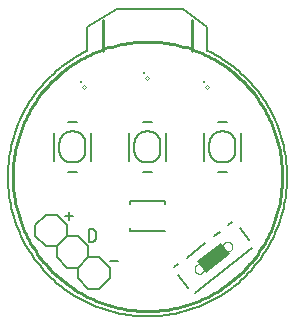
<source format=gto>
G75*
%MOIN*%
%OFA0B0*%
%FSLAX25Y25*%
%IPPOS*%
%LPD*%
%AMOC8*
5,1,8,0,0,1.08239X$1,22.5*
%
%ADD10C,0.00600*%
%ADD11C,0.00800*%
%ADD12C,0.00500*%
%ADD13R,0.05000X0.10000*%
%ADD14C,0.00000*%
%ADD15C,0.00250*%
%ADD16C,0.00984*%
%ADD17C,0.00984*%
D10*
X0054532Y0050997D02*
X0050997Y0054532D01*
X0050997Y0058068D01*
X0047461Y0058068D01*
X0043926Y0061603D01*
X0043926Y0065139D01*
X0047461Y0068674D01*
X0050997Y0068674D01*
X0054532Y0065139D01*
X0054532Y0061603D01*
X0058068Y0061603D01*
X0061603Y0058068D01*
X0061603Y0054532D01*
X0065139Y0054532D01*
X0068674Y0050997D01*
X0068674Y0047461D01*
X0065139Y0043926D01*
X0061603Y0043926D01*
X0058068Y0047461D01*
X0058068Y0050997D01*
X0054532Y0050997D01*
X0058068Y0050997D02*
X0061603Y0054532D01*
X0054532Y0061603D02*
X0050997Y0058068D01*
X0061300Y0123300D02*
X0060276Y0122797D01*
X0059265Y0122269D01*
X0058267Y0121717D01*
X0057283Y0121140D01*
X0056314Y0120539D01*
X0055359Y0119915D01*
X0054420Y0119267D01*
X0053498Y0118597D01*
X0052591Y0117904D01*
X0051703Y0117189D01*
X0050832Y0116453D01*
X0049979Y0115695D01*
X0049145Y0114917D01*
X0048331Y0114118D01*
X0047536Y0113300D01*
X0046761Y0112463D01*
X0046008Y0111606D01*
X0045275Y0110732D01*
X0044565Y0109840D01*
X0043876Y0108931D01*
X0043210Y0108005D01*
X0042567Y0107063D01*
X0041947Y0106106D01*
X0041350Y0105133D01*
X0040778Y0104147D01*
X0040230Y0103146D01*
X0039707Y0102133D01*
X0039208Y0101107D01*
X0038735Y0100069D01*
X0038288Y0099020D01*
X0037867Y0097960D01*
X0037471Y0096890D01*
X0037102Y0095811D01*
X0036760Y0094723D01*
X0036444Y0093627D01*
X0036155Y0092523D01*
X0035894Y0091413D01*
X0035659Y0090297D01*
X0035452Y0089175D01*
X0035273Y0088049D01*
X0035122Y0086918D01*
X0034998Y0085784D01*
X0034902Y0084648D01*
X0034833Y0083509D01*
X0034793Y0082369D01*
X0034781Y0081229D01*
X0034797Y0080088D01*
X0034840Y0078948D01*
X0034912Y0077810D01*
X0035012Y0076674D01*
X0035139Y0075540D01*
X0035294Y0074410D01*
X0035477Y0073285D01*
X0035687Y0072163D01*
X0035925Y0071048D01*
X0036190Y0069938D01*
X0036482Y0068836D01*
X0036801Y0067741D01*
X0037147Y0066654D01*
X0037519Y0065576D01*
X0037918Y0064507D01*
X0038343Y0063449D01*
X0038793Y0062401D01*
X0039269Y0061364D01*
X0039771Y0060340D01*
X0040297Y0059328D01*
X0040848Y0058329D01*
X0041423Y0057344D01*
X0042023Y0056374D01*
X0042646Y0055418D01*
X0043292Y0054478D01*
X0043961Y0053555D01*
X0044652Y0052648D01*
X0045366Y0051758D01*
X0046101Y0050886D01*
X0046857Y0050032D01*
X0047634Y0049197D01*
X0048431Y0048381D01*
X0049248Y0047585D01*
X0050085Y0046809D01*
X0050940Y0046054D01*
X0051813Y0045321D01*
X0052704Y0044608D01*
X0053612Y0043918D01*
X0054537Y0043251D01*
X0055478Y0042606D01*
X0056434Y0041985D01*
X0057405Y0041387D01*
X0058391Y0040813D01*
X0059391Y0040263D01*
X0060403Y0039739D01*
X0061429Y0039239D01*
X0062466Y0038764D01*
X0063514Y0038315D01*
X0064574Y0037892D01*
X0065643Y0037495D01*
X0066722Y0037124D01*
X0067809Y0036780D01*
X0068905Y0036463D01*
X0070008Y0036172D01*
X0071117Y0035909D01*
X0072233Y0035673D01*
X0073355Y0035465D01*
X0074481Y0035284D01*
X0075611Y0035130D01*
X0076745Y0035005D01*
X0077881Y0034907D01*
X0079020Y0034837D01*
X0080159Y0034795D01*
X0081300Y0034781D01*
X0082441Y0034795D01*
X0083580Y0034837D01*
X0084719Y0034907D01*
X0085855Y0035005D01*
X0086989Y0035130D01*
X0088119Y0035284D01*
X0089245Y0035465D01*
X0090367Y0035673D01*
X0091483Y0035909D01*
X0092592Y0036172D01*
X0093695Y0036463D01*
X0094791Y0036780D01*
X0095878Y0037124D01*
X0096957Y0037495D01*
X0098026Y0037892D01*
X0099086Y0038315D01*
X0100134Y0038764D01*
X0101171Y0039239D01*
X0102197Y0039739D01*
X0103209Y0040263D01*
X0104209Y0040813D01*
X0105195Y0041387D01*
X0106166Y0041985D01*
X0107122Y0042606D01*
X0108063Y0043251D01*
X0108988Y0043918D01*
X0109896Y0044608D01*
X0110787Y0045321D01*
X0111660Y0046054D01*
X0112515Y0046809D01*
X0113352Y0047585D01*
X0114169Y0048381D01*
X0114966Y0049197D01*
X0115743Y0050032D01*
X0116499Y0050886D01*
X0117234Y0051758D01*
X0117948Y0052648D01*
X0118639Y0053555D01*
X0119308Y0054478D01*
X0119954Y0055418D01*
X0120577Y0056374D01*
X0121177Y0057344D01*
X0121752Y0058329D01*
X0122303Y0059328D01*
X0122829Y0060340D01*
X0123331Y0061364D01*
X0123807Y0062401D01*
X0124257Y0063449D01*
X0124682Y0064507D01*
X0125081Y0065576D01*
X0125453Y0066654D01*
X0125799Y0067741D01*
X0126118Y0068836D01*
X0126410Y0069938D01*
X0126675Y0071048D01*
X0126913Y0072163D01*
X0127123Y0073285D01*
X0127306Y0074410D01*
X0127461Y0075540D01*
X0127588Y0076674D01*
X0127688Y0077810D01*
X0127760Y0078948D01*
X0127803Y0080088D01*
X0127819Y0081229D01*
X0127807Y0082369D01*
X0127767Y0083509D01*
X0127698Y0084648D01*
X0127602Y0085784D01*
X0127478Y0086918D01*
X0127327Y0088049D01*
X0127148Y0089175D01*
X0126941Y0090297D01*
X0126706Y0091413D01*
X0126445Y0092523D01*
X0126156Y0093627D01*
X0125840Y0094723D01*
X0125498Y0095811D01*
X0125129Y0096890D01*
X0124733Y0097960D01*
X0124312Y0099020D01*
X0123865Y0100069D01*
X0123392Y0101107D01*
X0122893Y0102133D01*
X0122370Y0103146D01*
X0121822Y0104147D01*
X0121250Y0105133D01*
X0120653Y0106106D01*
X0120033Y0107063D01*
X0119390Y0108005D01*
X0118724Y0108931D01*
X0118035Y0109840D01*
X0117325Y0110732D01*
X0116592Y0111606D01*
X0115839Y0112463D01*
X0115064Y0113300D01*
X0114269Y0114118D01*
X0113455Y0114917D01*
X0112621Y0115695D01*
X0111768Y0116453D01*
X0110897Y0117189D01*
X0110009Y0117904D01*
X0109102Y0118597D01*
X0108180Y0119267D01*
X0107241Y0119915D01*
X0106286Y0120539D01*
X0105317Y0121140D01*
X0104333Y0121717D01*
X0103335Y0122269D01*
X0102324Y0122797D01*
X0101300Y0123300D01*
X0101300Y0131300D01*
X0093300Y0137300D01*
X0071300Y0137300D01*
X0061300Y0131300D01*
X0061300Y0123300D01*
D11*
X0055100Y0069733D02*
X0055100Y0066933D01*
X0053700Y0068333D02*
X0056500Y0068333D01*
X0061700Y0063900D02*
X0062867Y0063900D01*
X0062932Y0063898D01*
X0062998Y0063893D01*
X0063062Y0063884D01*
X0063127Y0063871D01*
X0063190Y0063854D01*
X0063252Y0063835D01*
X0063314Y0063811D01*
X0063373Y0063784D01*
X0063431Y0063754D01*
X0063488Y0063721D01*
X0063542Y0063685D01*
X0063595Y0063645D01*
X0063645Y0063603D01*
X0063692Y0063558D01*
X0063737Y0063511D01*
X0063779Y0063461D01*
X0063819Y0063408D01*
X0063855Y0063354D01*
X0063888Y0063297D01*
X0063918Y0063239D01*
X0063945Y0063180D01*
X0063969Y0063118D01*
X0063988Y0063056D01*
X0064005Y0062993D01*
X0064018Y0062928D01*
X0064027Y0062864D01*
X0064032Y0062798D01*
X0064034Y0062733D01*
X0064033Y0062733D02*
X0064033Y0060867D01*
X0064034Y0060867D02*
X0064032Y0060802D01*
X0064027Y0060736D01*
X0064018Y0060672D01*
X0064005Y0060607D01*
X0063988Y0060544D01*
X0063969Y0060482D01*
X0063945Y0060420D01*
X0063918Y0060361D01*
X0063888Y0060303D01*
X0063855Y0060246D01*
X0063819Y0060192D01*
X0063779Y0060139D01*
X0063737Y0060089D01*
X0063692Y0060042D01*
X0063645Y0059997D01*
X0063595Y0059955D01*
X0063542Y0059915D01*
X0063488Y0059879D01*
X0063431Y0059846D01*
X0063373Y0059816D01*
X0063314Y0059789D01*
X0063252Y0059765D01*
X0063190Y0059746D01*
X0063127Y0059729D01*
X0063062Y0059716D01*
X0062998Y0059707D01*
X0062932Y0059702D01*
X0062867Y0059700D01*
X0061700Y0059700D01*
X0061700Y0063900D01*
X0068700Y0053333D02*
X0071500Y0053333D01*
D12*
X0075394Y0063379D02*
X0087206Y0063379D01*
X0094322Y0054280D02*
X0100527Y0059128D01*
X0103629Y0061552D02*
X0105491Y0063006D01*
X0108283Y0065188D02*
X0109524Y0066157D01*
X0112084Y0064160D02*
X0115235Y0060127D01*
X0116304Y0057480D02*
X0097069Y0042452D01*
X0094759Y0044130D02*
X0091365Y0048473D01*
X0090289Y0051129D02*
X0091530Y0052099D01*
X0075394Y0063576D02*
X0075394Y0064363D01*
X0075394Y0072237D02*
X0075394Y0073024D01*
X0075394Y0073221D02*
X0087206Y0073221D01*
X0087206Y0073024D02*
X0087206Y0072237D01*
X0082875Y0083032D02*
X0079725Y0083032D01*
X0075001Y0086576D02*
X0075001Y0096024D01*
X0076969Y0092875D02*
X0076969Y0089725D01*
X0076983Y0089602D01*
X0077001Y0089479D01*
X0077023Y0089356D01*
X0077049Y0089235D01*
X0077079Y0089114D01*
X0077112Y0088994D01*
X0077149Y0088876D01*
X0077190Y0088758D01*
X0077235Y0088642D01*
X0077283Y0088528D01*
X0077335Y0088415D01*
X0077390Y0088303D01*
X0077449Y0088194D01*
X0077511Y0088086D01*
X0077577Y0087981D01*
X0077645Y0087877D01*
X0077717Y0087776D01*
X0077793Y0087677D01*
X0077871Y0087580D01*
X0077952Y0087486D01*
X0078036Y0087395D01*
X0078123Y0087306D01*
X0078213Y0087220D01*
X0078305Y0087137D01*
X0078400Y0087056D01*
X0078498Y0086979D01*
X0078598Y0086905D01*
X0078700Y0086834D01*
X0078804Y0086767D01*
X0078910Y0086702D01*
X0079019Y0086641D01*
X0079129Y0086584D01*
X0079241Y0086530D01*
X0079354Y0086479D01*
X0079469Y0086432D01*
X0079586Y0086389D01*
X0079704Y0086349D01*
X0079823Y0086313D01*
X0079943Y0086281D01*
X0080064Y0086253D01*
X0080186Y0086228D01*
X0080308Y0086207D01*
X0080431Y0086191D01*
X0080555Y0086178D01*
X0080679Y0086169D01*
X0080803Y0086163D01*
X0080927Y0086162D01*
X0081052Y0086165D01*
X0081176Y0086171D01*
X0081300Y0086182D01*
X0081424Y0086171D01*
X0081548Y0086165D01*
X0081673Y0086162D01*
X0081797Y0086163D01*
X0081921Y0086169D01*
X0082045Y0086178D01*
X0082169Y0086191D01*
X0082292Y0086207D01*
X0082414Y0086228D01*
X0082536Y0086253D01*
X0082657Y0086281D01*
X0082777Y0086313D01*
X0082896Y0086349D01*
X0083014Y0086389D01*
X0083131Y0086432D01*
X0083246Y0086479D01*
X0083359Y0086530D01*
X0083471Y0086584D01*
X0083581Y0086641D01*
X0083690Y0086702D01*
X0083796Y0086767D01*
X0083900Y0086834D01*
X0084002Y0086905D01*
X0084102Y0086979D01*
X0084200Y0087056D01*
X0084295Y0087137D01*
X0084387Y0087220D01*
X0084477Y0087306D01*
X0084564Y0087395D01*
X0084648Y0087486D01*
X0084729Y0087580D01*
X0084807Y0087677D01*
X0084883Y0087776D01*
X0084955Y0087877D01*
X0085023Y0087981D01*
X0085089Y0088086D01*
X0085151Y0088194D01*
X0085210Y0088303D01*
X0085265Y0088415D01*
X0085317Y0088528D01*
X0085365Y0088642D01*
X0085410Y0088758D01*
X0085451Y0088876D01*
X0085488Y0088994D01*
X0085521Y0089114D01*
X0085551Y0089235D01*
X0085577Y0089356D01*
X0085599Y0089479D01*
X0085617Y0089602D01*
X0085631Y0089725D01*
X0085631Y0092875D01*
X0087599Y0096024D02*
X0087599Y0086576D01*
X0085631Y0092875D02*
X0085617Y0092998D01*
X0085599Y0093121D01*
X0085577Y0093244D01*
X0085551Y0093365D01*
X0085521Y0093486D01*
X0085488Y0093606D01*
X0085451Y0093724D01*
X0085410Y0093842D01*
X0085365Y0093958D01*
X0085317Y0094072D01*
X0085265Y0094185D01*
X0085210Y0094297D01*
X0085151Y0094406D01*
X0085089Y0094514D01*
X0085023Y0094619D01*
X0084955Y0094723D01*
X0084883Y0094824D01*
X0084807Y0094923D01*
X0084729Y0095020D01*
X0084648Y0095114D01*
X0084564Y0095205D01*
X0084477Y0095294D01*
X0084387Y0095380D01*
X0084295Y0095463D01*
X0084200Y0095544D01*
X0084102Y0095621D01*
X0084002Y0095695D01*
X0083900Y0095766D01*
X0083796Y0095833D01*
X0083690Y0095898D01*
X0083581Y0095959D01*
X0083471Y0096016D01*
X0083359Y0096070D01*
X0083246Y0096121D01*
X0083131Y0096168D01*
X0083014Y0096211D01*
X0082896Y0096251D01*
X0082777Y0096287D01*
X0082657Y0096319D01*
X0082536Y0096347D01*
X0082414Y0096372D01*
X0082292Y0096393D01*
X0082169Y0096409D01*
X0082045Y0096422D01*
X0081921Y0096431D01*
X0081797Y0096437D01*
X0081673Y0096438D01*
X0081548Y0096435D01*
X0081424Y0096429D01*
X0081300Y0096418D01*
X0082875Y0099568D02*
X0079725Y0099568D01*
X0081300Y0096418D02*
X0081176Y0096429D01*
X0081052Y0096435D01*
X0080927Y0096438D01*
X0080803Y0096437D01*
X0080679Y0096431D01*
X0080555Y0096422D01*
X0080431Y0096409D01*
X0080308Y0096393D01*
X0080186Y0096372D01*
X0080064Y0096347D01*
X0079943Y0096319D01*
X0079823Y0096287D01*
X0079704Y0096251D01*
X0079586Y0096211D01*
X0079469Y0096168D01*
X0079354Y0096121D01*
X0079241Y0096070D01*
X0079129Y0096016D01*
X0079019Y0095959D01*
X0078910Y0095898D01*
X0078804Y0095833D01*
X0078700Y0095766D01*
X0078598Y0095695D01*
X0078498Y0095621D01*
X0078400Y0095544D01*
X0078305Y0095463D01*
X0078213Y0095380D01*
X0078123Y0095294D01*
X0078036Y0095205D01*
X0077952Y0095114D01*
X0077871Y0095020D01*
X0077793Y0094923D01*
X0077717Y0094824D01*
X0077645Y0094723D01*
X0077577Y0094619D01*
X0077511Y0094514D01*
X0077449Y0094406D01*
X0077390Y0094297D01*
X0077335Y0094185D01*
X0077283Y0094072D01*
X0077235Y0093958D01*
X0077190Y0093842D01*
X0077149Y0093724D01*
X0077112Y0093606D01*
X0077079Y0093486D01*
X0077049Y0093365D01*
X0077023Y0093244D01*
X0077001Y0093121D01*
X0076983Y0092998D01*
X0076969Y0092875D01*
X0062599Y0096024D02*
X0062599Y0086576D01*
X0060631Y0089725D02*
X0060631Y0092875D01*
X0060617Y0092998D01*
X0060599Y0093121D01*
X0060577Y0093244D01*
X0060551Y0093365D01*
X0060521Y0093486D01*
X0060488Y0093606D01*
X0060451Y0093724D01*
X0060410Y0093842D01*
X0060365Y0093958D01*
X0060317Y0094072D01*
X0060265Y0094185D01*
X0060210Y0094297D01*
X0060151Y0094406D01*
X0060089Y0094514D01*
X0060023Y0094619D01*
X0059955Y0094723D01*
X0059883Y0094824D01*
X0059807Y0094923D01*
X0059729Y0095020D01*
X0059648Y0095114D01*
X0059564Y0095205D01*
X0059477Y0095294D01*
X0059387Y0095380D01*
X0059295Y0095463D01*
X0059200Y0095544D01*
X0059102Y0095621D01*
X0059002Y0095695D01*
X0058900Y0095766D01*
X0058796Y0095833D01*
X0058690Y0095898D01*
X0058581Y0095959D01*
X0058471Y0096016D01*
X0058359Y0096070D01*
X0058246Y0096121D01*
X0058131Y0096168D01*
X0058014Y0096211D01*
X0057896Y0096251D01*
X0057777Y0096287D01*
X0057657Y0096319D01*
X0057536Y0096347D01*
X0057414Y0096372D01*
X0057292Y0096393D01*
X0057169Y0096409D01*
X0057045Y0096422D01*
X0056921Y0096431D01*
X0056797Y0096437D01*
X0056673Y0096438D01*
X0056548Y0096435D01*
X0056424Y0096429D01*
X0056300Y0096418D01*
X0057875Y0099568D02*
X0054725Y0099568D01*
X0050001Y0096024D02*
X0050001Y0086576D01*
X0051969Y0089725D02*
X0051969Y0092875D01*
X0051983Y0092998D01*
X0052001Y0093121D01*
X0052023Y0093244D01*
X0052049Y0093365D01*
X0052079Y0093486D01*
X0052112Y0093606D01*
X0052149Y0093724D01*
X0052190Y0093842D01*
X0052235Y0093958D01*
X0052283Y0094072D01*
X0052335Y0094185D01*
X0052390Y0094297D01*
X0052449Y0094406D01*
X0052511Y0094514D01*
X0052577Y0094619D01*
X0052645Y0094723D01*
X0052717Y0094824D01*
X0052793Y0094923D01*
X0052871Y0095020D01*
X0052952Y0095114D01*
X0053036Y0095205D01*
X0053123Y0095294D01*
X0053213Y0095380D01*
X0053305Y0095463D01*
X0053400Y0095544D01*
X0053498Y0095621D01*
X0053598Y0095695D01*
X0053700Y0095766D01*
X0053804Y0095833D01*
X0053910Y0095898D01*
X0054019Y0095959D01*
X0054129Y0096016D01*
X0054241Y0096070D01*
X0054354Y0096121D01*
X0054469Y0096168D01*
X0054586Y0096211D01*
X0054704Y0096251D01*
X0054823Y0096287D01*
X0054943Y0096319D01*
X0055064Y0096347D01*
X0055186Y0096372D01*
X0055308Y0096393D01*
X0055431Y0096409D01*
X0055555Y0096422D01*
X0055679Y0096431D01*
X0055803Y0096437D01*
X0055927Y0096438D01*
X0056052Y0096435D01*
X0056176Y0096429D01*
X0056300Y0096418D01*
X0051969Y0089725D02*
X0051983Y0089602D01*
X0052001Y0089479D01*
X0052023Y0089356D01*
X0052049Y0089235D01*
X0052079Y0089114D01*
X0052112Y0088994D01*
X0052149Y0088876D01*
X0052190Y0088758D01*
X0052235Y0088642D01*
X0052283Y0088528D01*
X0052335Y0088415D01*
X0052390Y0088303D01*
X0052449Y0088194D01*
X0052511Y0088086D01*
X0052577Y0087981D01*
X0052645Y0087877D01*
X0052717Y0087776D01*
X0052793Y0087677D01*
X0052871Y0087580D01*
X0052952Y0087486D01*
X0053036Y0087395D01*
X0053123Y0087306D01*
X0053213Y0087220D01*
X0053305Y0087137D01*
X0053400Y0087056D01*
X0053498Y0086979D01*
X0053598Y0086905D01*
X0053700Y0086834D01*
X0053804Y0086767D01*
X0053910Y0086702D01*
X0054019Y0086641D01*
X0054129Y0086584D01*
X0054241Y0086530D01*
X0054354Y0086479D01*
X0054469Y0086432D01*
X0054586Y0086389D01*
X0054704Y0086349D01*
X0054823Y0086313D01*
X0054943Y0086281D01*
X0055064Y0086253D01*
X0055186Y0086228D01*
X0055308Y0086207D01*
X0055431Y0086191D01*
X0055555Y0086178D01*
X0055679Y0086169D01*
X0055803Y0086163D01*
X0055927Y0086162D01*
X0056052Y0086165D01*
X0056176Y0086171D01*
X0056300Y0086182D01*
X0054725Y0083032D02*
X0057875Y0083032D01*
X0056300Y0086182D02*
X0056424Y0086171D01*
X0056548Y0086165D01*
X0056673Y0086162D01*
X0056797Y0086163D01*
X0056921Y0086169D01*
X0057045Y0086178D01*
X0057169Y0086191D01*
X0057292Y0086207D01*
X0057414Y0086228D01*
X0057536Y0086253D01*
X0057657Y0086281D01*
X0057777Y0086313D01*
X0057896Y0086349D01*
X0058014Y0086389D01*
X0058131Y0086432D01*
X0058246Y0086479D01*
X0058359Y0086530D01*
X0058471Y0086584D01*
X0058581Y0086641D01*
X0058690Y0086702D01*
X0058796Y0086767D01*
X0058900Y0086834D01*
X0059002Y0086905D01*
X0059102Y0086979D01*
X0059200Y0087056D01*
X0059295Y0087137D01*
X0059387Y0087220D01*
X0059477Y0087306D01*
X0059564Y0087395D01*
X0059648Y0087486D01*
X0059729Y0087580D01*
X0059807Y0087677D01*
X0059883Y0087776D01*
X0059955Y0087877D01*
X0060023Y0087981D01*
X0060089Y0088086D01*
X0060151Y0088194D01*
X0060210Y0088303D01*
X0060265Y0088415D01*
X0060317Y0088528D01*
X0060365Y0088642D01*
X0060410Y0088758D01*
X0060451Y0088876D01*
X0060488Y0088994D01*
X0060521Y0089114D01*
X0060551Y0089235D01*
X0060577Y0089356D01*
X0060599Y0089479D01*
X0060617Y0089602D01*
X0060631Y0089725D01*
X0100001Y0086576D02*
X0100001Y0096024D01*
X0101969Y0092875D02*
X0101969Y0089725D01*
X0101983Y0089602D01*
X0102001Y0089479D01*
X0102023Y0089356D01*
X0102049Y0089235D01*
X0102079Y0089114D01*
X0102112Y0088994D01*
X0102149Y0088876D01*
X0102190Y0088758D01*
X0102235Y0088642D01*
X0102283Y0088528D01*
X0102335Y0088415D01*
X0102390Y0088303D01*
X0102449Y0088194D01*
X0102511Y0088086D01*
X0102577Y0087981D01*
X0102645Y0087877D01*
X0102717Y0087776D01*
X0102793Y0087677D01*
X0102871Y0087580D01*
X0102952Y0087486D01*
X0103036Y0087395D01*
X0103123Y0087306D01*
X0103213Y0087220D01*
X0103305Y0087137D01*
X0103400Y0087056D01*
X0103498Y0086979D01*
X0103598Y0086905D01*
X0103700Y0086834D01*
X0103804Y0086767D01*
X0103910Y0086702D01*
X0104019Y0086641D01*
X0104129Y0086584D01*
X0104241Y0086530D01*
X0104354Y0086479D01*
X0104469Y0086432D01*
X0104586Y0086389D01*
X0104704Y0086349D01*
X0104823Y0086313D01*
X0104943Y0086281D01*
X0105064Y0086253D01*
X0105186Y0086228D01*
X0105308Y0086207D01*
X0105431Y0086191D01*
X0105555Y0086178D01*
X0105679Y0086169D01*
X0105803Y0086163D01*
X0105927Y0086162D01*
X0106052Y0086165D01*
X0106176Y0086171D01*
X0106300Y0086182D01*
X0104725Y0083032D02*
X0107875Y0083032D01*
X0112599Y0086576D02*
X0112599Y0096024D01*
X0110631Y0092875D02*
X0110631Y0089725D01*
X0110617Y0089602D01*
X0110599Y0089479D01*
X0110577Y0089356D01*
X0110551Y0089235D01*
X0110521Y0089114D01*
X0110488Y0088994D01*
X0110451Y0088876D01*
X0110410Y0088758D01*
X0110365Y0088642D01*
X0110317Y0088528D01*
X0110265Y0088415D01*
X0110210Y0088303D01*
X0110151Y0088194D01*
X0110089Y0088086D01*
X0110023Y0087981D01*
X0109955Y0087877D01*
X0109883Y0087776D01*
X0109807Y0087677D01*
X0109729Y0087580D01*
X0109648Y0087486D01*
X0109564Y0087395D01*
X0109477Y0087306D01*
X0109387Y0087220D01*
X0109295Y0087137D01*
X0109200Y0087056D01*
X0109102Y0086979D01*
X0109002Y0086905D01*
X0108900Y0086834D01*
X0108796Y0086767D01*
X0108690Y0086702D01*
X0108581Y0086641D01*
X0108471Y0086584D01*
X0108359Y0086530D01*
X0108246Y0086479D01*
X0108131Y0086432D01*
X0108014Y0086389D01*
X0107896Y0086349D01*
X0107777Y0086313D01*
X0107657Y0086281D01*
X0107536Y0086253D01*
X0107414Y0086228D01*
X0107292Y0086207D01*
X0107169Y0086191D01*
X0107045Y0086178D01*
X0106921Y0086169D01*
X0106797Y0086163D01*
X0106673Y0086162D01*
X0106548Y0086165D01*
X0106424Y0086171D01*
X0106300Y0086182D01*
X0110631Y0092875D02*
X0110617Y0092998D01*
X0110599Y0093121D01*
X0110577Y0093244D01*
X0110551Y0093365D01*
X0110521Y0093486D01*
X0110488Y0093606D01*
X0110451Y0093724D01*
X0110410Y0093842D01*
X0110365Y0093958D01*
X0110317Y0094072D01*
X0110265Y0094185D01*
X0110210Y0094297D01*
X0110151Y0094406D01*
X0110089Y0094514D01*
X0110023Y0094619D01*
X0109955Y0094723D01*
X0109883Y0094824D01*
X0109807Y0094923D01*
X0109729Y0095020D01*
X0109648Y0095114D01*
X0109564Y0095205D01*
X0109477Y0095294D01*
X0109387Y0095380D01*
X0109295Y0095463D01*
X0109200Y0095544D01*
X0109102Y0095621D01*
X0109002Y0095695D01*
X0108900Y0095766D01*
X0108796Y0095833D01*
X0108690Y0095898D01*
X0108581Y0095959D01*
X0108471Y0096016D01*
X0108359Y0096070D01*
X0108246Y0096121D01*
X0108131Y0096168D01*
X0108014Y0096211D01*
X0107896Y0096251D01*
X0107777Y0096287D01*
X0107657Y0096319D01*
X0107536Y0096347D01*
X0107414Y0096372D01*
X0107292Y0096393D01*
X0107169Y0096409D01*
X0107045Y0096422D01*
X0106921Y0096431D01*
X0106797Y0096437D01*
X0106673Y0096438D01*
X0106548Y0096435D01*
X0106424Y0096429D01*
X0106300Y0096418D01*
X0107875Y0099568D02*
X0104725Y0099568D01*
X0106300Y0096418D02*
X0106176Y0096429D01*
X0106052Y0096435D01*
X0105927Y0096438D01*
X0105803Y0096437D01*
X0105679Y0096431D01*
X0105555Y0096422D01*
X0105431Y0096409D01*
X0105308Y0096393D01*
X0105186Y0096372D01*
X0105064Y0096347D01*
X0104943Y0096319D01*
X0104823Y0096287D01*
X0104704Y0096251D01*
X0104586Y0096211D01*
X0104469Y0096168D01*
X0104354Y0096121D01*
X0104241Y0096070D01*
X0104129Y0096016D01*
X0104019Y0095959D01*
X0103910Y0095898D01*
X0103804Y0095833D01*
X0103700Y0095766D01*
X0103598Y0095695D01*
X0103498Y0095621D01*
X0103400Y0095544D01*
X0103305Y0095463D01*
X0103213Y0095380D01*
X0103123Y0095294D01*
X0103036Y0095205D01*
X0102952Y0095114D01*
X0102871Y0095020D01*
X0102793Y0094923D01*
X0102717Y0094824D01*
X0102645Y0094723D01*
X0102577Y0094619D01*
X0102511Y0094514D01*
X0102449Y0094406D01*
X0102390Y0094297D01*
X0102335Y0094185D01*
X0102283Y0094072D01*
X0102235Y0093958D01*
X0102190Y0093842D01*
X0102149Y0093724D01*
X0102112Y0093606D01*
X0102079Y0093486D01*
X0102049Y0093365D01*
X0102023Y0093244D01*
X0102001Y0093121D01*
X0101983Y0092998D01*
X0101969Y0092875D01*
D13*
G36*
X0105700Y0059348D02*
X0108779Y0055408D01*
X0100900Y0049252D01*
X0097821Y0053192D01*
X0105700Y0059348D01*
G37*
D14*
X0106428Y0057994D02*
X0106430Y0058074D01*
X0106436Y0058153D01*
X0106446Y0058232D01*
X0106460Y0058311D01*
X0106477Y0058389D01*
X0106499Y0058466D01*
X0106524Y0058541D01*
X0106554Y0058615D01*
X0106586Y0058688D01*
X0106623Y0058759D01*
X0106663Y0058828D01*
X0106706Y0058895D01*
X0106753Y0058960D01*
X0106802Y0059022D01*
X0106855Y0059082D01*
X0106911Y0059139D01*
X0106969Y0059194D01*
X0107030Y0059245D01*
X0107094Y0059293D01*
X0107160Y0059338D01*
X0107228Y0059380D01*
X0107298Y0059418D01*
X0107370Y0059452D01*
X0107443Y0059483D01*
X0107518Y0059511D01*
X0107595Y0059534D01*
X0107672Y0059554D01*
X0107750Y0059570D01*
X0107829Y0059582D01*
X0107908Y0059590D01*
X0107988Y0059594D01*
X0108068Y0059594D01*
X0108148Y0059590D01*
X0108227Y0059582D01*
X0108306Y0059570D01*
X0108384Y0059554D01*
X0108461Y0059534D01*
X0108538Y0059511D01*
X0108613Y0059483D01*
X0108686Y0059452D01*
X0108758Y0059418D01*
X0108828Y0059380D01*
X0108896Y0059338D01*
X0108962Y0059293D01*
X0109026Y0059245D01*
X0109087Y0059194D01*
X0109145Y0059139D01*
X0109201Y0059082D01*
X0109254Y0059022D01*
X0109303Y0058960D01*
X0109350Y0058895D01*
X0109393Y0058828D01*
X0109433Y0058759D01*
X0109470Y0058688D01*
X0109502Y0058615D01*
X0109532Y0058541D01*
X0109557Y0058466D01*
X0109579Y0058389D01*
X0109596Y0058311D01*
X0109610Y0058232D01*
X0109620Y0058153D01*
X0109626Y0058074D01*
X0109628Y0057994D01*
X0109626Y0057914D01*
X0109620Y0057835D01*
X0109610Y0057756D01*
X0109596Y0057677D01*
X0109579Y0057599D01*
X0109557Y0057522D01*
X0109532Y0057447D01*
X0109502Y0057373D01*
X0109470Y0057300D01*
X0109433Y0057229D01*
X0109393Y0057160D01*
X0109350Y0057093D01*
X0109303Y0057028D01*
X0109254Y0056966D01*
X0109201Y0056906D01*
X0109145Y0056849D01*
X0109087Y0056794D01*
X0109026Y0056743D01*
X0108962Y0056695D01*
X0108896Y0056650D01*
X0108828Y0056608D01*
X0108758Y0056570D01*
X0108686Y0056536D01*
X0108613Y0056505D01*
X0108538Y0056477D01*
X0108461Y0056454D01*
X0108384Y0056434D01*
X0108306Y0056418D01*
X0108227Y0056406D01*
X0108148Y0056398D01*
X0108068Y0056394D01*
X0107988Y0056394D01*
X0107908Y0056398D01*
X0107829Y0056406D01*
X0107750Y0056418D01*
X0107672Y0056434D01*
X0107595Y0056454D01*
X0107518Y0056477D01*
X0107443Y0056505D01*
X0107370Y0056536D01*
X0107298Y0056570D01*
X0107228Y0056608D01*
X0107160Y0056650D01*
X0107094Y0056695D01*
X0107030Y0056743D01*
X0106969Y0056794D01*
X0106911Y0056849D01*
X0106855Y0056906D01*
X0106802Y0056966D01*
X0106753Y0057028D01*
X0106706Y0057093D01*
X0106663Y0057160D01*
X0106623Y0057229D01*
X0106586Y0057300D01*
X0106554Y0057373D01*
X0106524Y0057447D01*
X0106499Y0057522D01*
X0106477Y0057599D01*
X0106460Y0057677D01*
X0106446Y0057756D01*
X0106436Y0057835D01*
X0106430Y0057914D01*
X0106428Y0057994D01*
X0096972Y0050606D02*
X0096974Y0050686D01*
X0096980Y0050765D01*
X0096990Y0050844D01*
X0097004Y0050923D01*
X0097021Y0051001D01*
X0097043Y0051078D01*
X0097068Y0051153D01*
X0097098Y0051227D01*
X0097130Y0051300D01*
X0097167Y0051371D01*
X0097207Y0051440D01*
X0097250Y0051507D01*
X0097297Y0051572D01*
X0097346Y0051634D01*
X0097399Y0051694D01*
X0097455Y0051751D01*
X0097513Y0051806D01*
X0097574Y0051857D01*
X0097638Y0051905D01*
X0097704Y0051950D01*
X0097772Y0051992D01*
X0097842Y0052030D01*
X0097914Y0052064D01*
X0097987Y0052095D01*
X0098062Y0052123D01*
X0098139Y0052146D01*
X0098216Y0052166D01*
X0098294Y0052182D01*
X0098373Y0052194D01*
X0098452Y0052202D01*
X0098532Y0052206D01*
X0098612Y0052206D01*
X0098692Y0052202D01*
X0098771Y0052194D01*
X0098850Y0052182D01*
X0098928Y0052166D01*
X0099005Y0052146D01*
X0099082Y0052123D01*
X0099157Y0052095D01*
X0099230Y0052064D01*
X0099302Y0052030D01*
X0099372Y0051992D01*
X0099440Y0051950D01*
X0099506Y0051905D01*
X0099570Y0051857D01*
X0099631Y0051806D01*
X0099689Y0051751D01*
X0099745Y0051694D01*
X0099798Y0051634D01*
X0099847Y0051572D01*
X0099894Y0051507D01*
X0099937Y0051440D01*
X0099977Y0051371D01*
X0100014Y0051300D01*
X0100046Y0051227D01*
X0100076Y0051153D01*
X0100101Y0051078D01*
X0100123Y0051001D01*
X0100140Y0050923D01*
X0100154Y0050844D01*
X0100164Y0050765D01*
X0100170Y0050686D01*
X0100172Y0050606D01*
X0100170Y0050526D01*
X0100164Y0050447D01*
X0100154Y0050368D01*
X0100140Y0050289D01*
X0100123Y0050211D01*
X0100101Y0050134D01*
X0100076Y0050059D01*
X0100046Y0049985D01*
X0100014Y0049912D01*
X0099977Y0049841D01*
X0099937Y0049772D01*
X0099894Y0049705D01*
X0099847Y0049640D01*
X0099798Y0049578D01*
X0099745Y0049518D01*
X0099689Y0049461D01*
X0099631Y0049406D01*
X0099570Y0049355D01*
X0099506Y0049307D01*
X0099440Y0049262D01*
X0099372Y0049220D01*
X0099302Y0049182D01*
X0099230Y0049148D01*
X0099157Y0049117D01*
X0099082Y0049089D01*
X0099005Y0049066D01*
X0098928Y0049046D01*
X0098850Y0049030D01*
X0098771Y0049018D01*
X0098692Y0049010D01*
X0098612Y0049006D01*
X0098532Y0049006D01*
X0098452Y0049010D01*
X0098373Y0049018D01*
X0098294Y0049030D01*
X0098216Y0049046D01*
X0098139Y0049066D01*
X0098062Y0049089D01*
X0097987Y0049117D01*
X0097914Y0049148D01*
X0097842Y0049182D01*
X0097772Y0049220D01*
X0097704Y0049262D01*
X0097638Y0049307D01*
X0097574Y0049355D01*
X0097513Y0049406D01*
X0097455Y0049461D01*
X0097399Y0049518D01*
X0097346Y0049578D01*
X0097297Y0049640D01*
X0097250Y0049705D01*
X0097207Y0049772D01*
X0097167Y0049841D01*
X0097130Y0049912D01*
X0097098Y0049985D01*
X0097068Y0050059D01*
X0097043Y0050134D01*
X0097021Y0050211D01*
X0097004Y0050289D01*
X0096990Y0050368D01*
X0096980Y0050447D01*
X0096974Y0050526D01*
X0096972Y0050606D01*
D15*
X0101202Y0110611D02*
X0100611Y0111202D01*
X0101300Y0111891D01*
X0101891Y0111300D01*
X0101202Y0110611D01*
X0081891Y0114300D02*
X0081202Y0113611D01*
X0080611Y0114202D01*
X0081300Y0114891D01*
X0081891Y0114300D01*
X0060891Y0111300D02*
X0060202Y0110611D01*
X0059611Y0111202D01*
X0060300Y0111891D01*
X0060891Y0111300D01*
D16*
X0059217Y0112875D03*
X0080217Y0115875D03*
X0100217Y0112875D03*
D17*
X0096064Y0123190D02*
X0096064Y0133524D01*
X0066536Y0133524D02*
X0066536Y0123190D01*
X0036418Y0081457D02*
X0036432Y0082558D01*
X0036472Y0083659D01*
X0036540Y0084759D01*
X0036634Y0085856D01*
X0036756Y0086951D01*
X0036904Y0088043D01*
X0037079Y0089130D01*
X0037280Y0090213D01*
X0037509Y0091291D01*
X0037763Y0092362D01*
X0038044Y0093428D01*
X0038351Y0094486D01*
X0038683Y0095536D01*
X0039042Y0096577D01*
X0039425Y0097610D01*
X0039834Y0098633D01*
X0040268Y0099645D01*
X0040727Y0100647D01*
X0041210Y0101636D01*
X0041718Y0102614D01*
X0042249Y0103579D01*
X0042803Y0104531D01*
X0043381Y0105469D01*
X0043982Y0106392D01*
X0044605Y0107300D01*
X0045250Y0108193D01*
X0045917Y0109070D01*
X0046606Y0109930D01*
X0047315Y0110773D01*
X0048045Y0111598D01*
X0048794Y0112405D01*
X0049564Y0113193D01*
X0050352Y0113963D01*
X0051159Y0114712D01*
X0051984Y0115442D01*
X0052827Y0116151D01*
X0053687Y0116840D01*
X0054564Y0117507D01*
X0055457Y0118152D01*
X0056365Y0118775D01*
X0057288Y0119376D01*
X0058226Y0119954D01*
X0059178Y0120508D01*
X0060143Y0121039D01*
X0061121Y0121547D01*
X0062110Y0122030D01*
X0063112Y0122489D01*
X0064124Y0122923D01*
X0065147Y0123332D01*
X0066180Y0123715D01*
X0067221Y0124074D01*
X0068271Y0124406D01*
X0069329Y0124713D01*
X0070395Y0124994D01*
X0071466Y0125248D01*
X0072544Y0125477D01*
X0073627Y0125678D01*
X0074714Y0125853D01*
X0075806Y0126001D01*
X0076901Y0126123D01*
X0077998Y0126217D01*
X0079098Y0126285D01*
X0080199Y0126325D01*
X0081300Y0126339D01*
X0082401Y0126325D01*
X0083502Y0126285D01*
X0084602Y0126217D01*
X0085699Y0126123D01*
X0086794Y0126001D01*
X0087886Y0125853D01*
X0088973Y0125678D01*
X0090056Y0125477D01*
X0091134Y0125248D01*
X0092205Y0124994D01*
X0093271Y0124713D01*
X0094329Y0124406D01*
X0095379Y0124074D01*
X0096420Y0123715D01*
X0097453Y0123332D01*
X0098476Y0122923D01*
X0099488Y0122489D01*
X0100490Y0122030D01*
X0101479Y0121547D01*
X0102457Y0121039D01*
X0103422Y0120508D01*
X0104374Y0119954D01*
X0105312Y0119376D01*
X0106235Y0118775D01*
X0107143Y0118152D01*
X0108036Y0117507D01*
X0108913Y0116840D01*
X0109773Y0116151D01*
X0110616Y0115442D01*
X0111441Y0114712D01*
X0112248Y0113963D01*
X0113036Y0113193D01*
X0113806Y0112405D01*
X0114555Y0111598D01*
X0115285Y0110773D01*
X0115994Y0109930D01*
X0116683Y0109070D01*
X0117350Y0108193D01*
X0117995Y0107300D01*
X0118618Y0106392D01*
X0119219Y0105469D01*
X0119797Y0104531D01*
X0120351Y0103579D01*
X0120882Y0102614D01*
X0121390Y0101636D01*
X0121873Y0100647D01*
X0122332Y0099645D01*
X0122766Y0098633D01*
X0123175Y0097610D01*
X0123558Y0096577D01*
X0123917Y0095536D01*
X0124249Y0094486D01*
X0124556Y0093428D01*
X0124837Y0092362D01*
X0125091Y0091291D01*
X0125320Y0090213D01*
X0125521Y0089130D01*
X0125696Y0088043D01*
X0125844Y0086951D01*
X0125966Y0085856D01*
X0126060Y0084759D01*
X0126128Y0083659D01*
X0126168Y0082558D01*
X0126182Y0081457D01*
X0126168Y0080356D01*
X0126128Y0079255D01*
X0126060Y0078155D01*
X0125966Y0077058D01*
X0125844Y0075963D01*
X0125696Y0074871D01*
X0125521Y0073784D01*
X0125320Y0072701D01*
X0125091Y0071623D01*
X0124837Y0070552D01*
X0124556Y0069486D01*
X0124249Y0068428D01*
X0123917Y0067378D01*
X0123558Y0066337D01*
X0123175Y0065304D01*
X0122766Y0064281D01*
X0122332Y0063269D01*
X0121873Y0062267D01*
X0121390Y0061278D01*
X0120882Y0060300D01*
X0120351Y0059335D01*
X0119797Y0058383D01*
X0119219Y0057445D01*
X0118618Y0056522D01*
X0117995Y0055614D01*
X0117350Y0054721D01*
X0116683Y0053844D01*
X0115994Y0052984D01*
X0115285Y0052141D01*
X0114555Y0051316D01*
X0113806Y0050509D01*
X0113036Y0049721D01*
X0112248Y0048951D01*
X0111441Y0048202D01*
X0110616Y0047472D01*
X0109773Y0046763D01*
X0108913Y0046074D01*
X0108036Y0045407D01*
X0107143Y0044762D01*
X0106235Y0044139D01*
X0105312Y0043538D01*
X0104374Y0042960D01*
X0103422Y0042406D01*
X0102457Y0041875D01*
X0101479Y0041367D01*
X0100490Y0040884D01*
X0099488Y0040425D01*
X0098476Y0039991D01*
X0097453Y0039582D01*
X0096420Y0039199D01*
X0095379Y0038840D01*
X0094329Y0038508D01*
X0093271Y0038201D01*
X0092205Y0037920D01*
X0091134Y0037666D01*
X0090056Y0037437D01*
X0088973Y0037236D01*
X0087886Y0037061D01*
X0086794Y0036913D01*
X0085699Y0036791D01*
X0084602Y0036697D01*
X0083502Y0036629D01*
X0082401Y0036589D01*
X0081300Y0036575D01*
X0080199Y0036589D01*
X0079098Y0036629D01*
X0077998Y0036697D01*
X0076901Y0036791D01*
X0075806Y0036913D01*
X0074714Y0037061D01*
X0073627Y0037236D01*
X0072544Y0037437D01*
X0071466Y0037666D01*
X0070395Y0037920D01*
X0069329Y0038201D01*
X0068271Y0038508D01*
X0067221Y0038840D01*
X0066180Y0039199D01*
X0065147Y0039582D01*
X0064124Y0039991D01*
X0063112Y0040425D01*
X0062110Y0040884D01*
X0061121Y0041367D01*
X0060143Y0041875D01*
X0059178Y0042406D01*
X0058226Y0042960D01*
X0057288Y0043538D01*
X0056365Y0044139D01*
X0055457Y0044762D01*
X0054564Y0045407D01*
X0053687Y0046074D01*
X0052827Y0046763D01*
X0051984Y0047472D01*
X0051159Y0048202D01*
X0050352Y0048951D01*
X0049564Y0049721D01*
X0048794Y0050509D01*
X0048045Y0051316D01*
X0047315Y0052141D01*
X0046606Y0052984D01*
X0045917Y0053844D01*
X0045250Y0054721D01*
X0044605Y0055614D01*
X0043982Y0056522D01*
X0043381Y0057445D01*
X0042803Y0058383D01*
X0042249Y0059335D01*
X0041718Y0060300D01*
X0041210Y0061278D01*
X0040727Y0062267D01*
X0040268Y0063269D01*
X0039834Y0064281D01*
X0039425Y0065304D01*
X0039042Y0066337D01*
X0038683Y0067378D01*
X0038351Y0068428D01*
X0038044Y0069486D01*
X0037763Y0070552D01*
X0037509Y0071623D01*
X0037280Y0072701D01*
X0037079Y0073784D01*
X0036904Y0074871D01*
X0036756Y0075963D01*
X0036634Y0077058D01*
X0036540Y0078155D01*
X0036472Y0079255D01*
X0036432Y0080356D01*
X0036418Y0081457D01*
M02*

</source>
